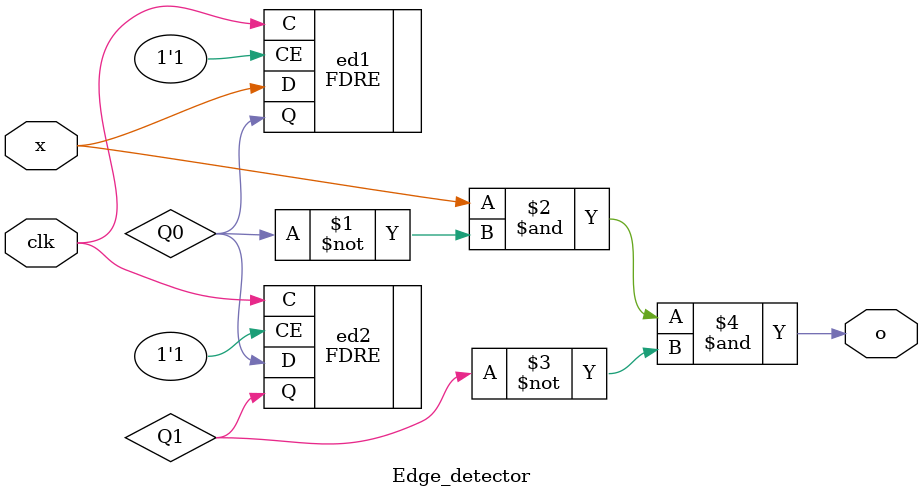
<source format=v>
`timescale 1ns / 1ps


module Edge_detector(
    input x,
    input clk,
    output o
    );
    wire Q0, Q1;

    FDRE #(.INIT(1'b0)) ed1 (.CE(1'b1), .C(clk), .D(x), .Q(Q0));
    FDRE #(.INIT(1'b0)) ed2 (.CE(1'b1), .C(clk), .D(Q0), .Q(Q1));
    assign o = x & ~Q0 & ~ Q1;
    
endmodule

</source>
